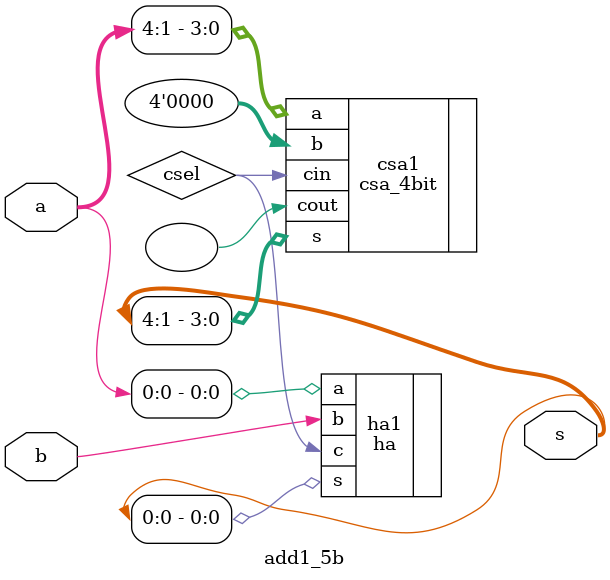
<source format=v>
module add1_5b(
    input [4:0]a,
    input b,
    output [4:0]s
);

wire csel;
ha ha1(.a(a[0]),.b(b),.s(s[0]),.c(csel));
csa_4bit csa1(.a(a[4:1]),.b(4'b0),.cin(csel),.s(s[4:1]),.cout());

endmodule
</source>
